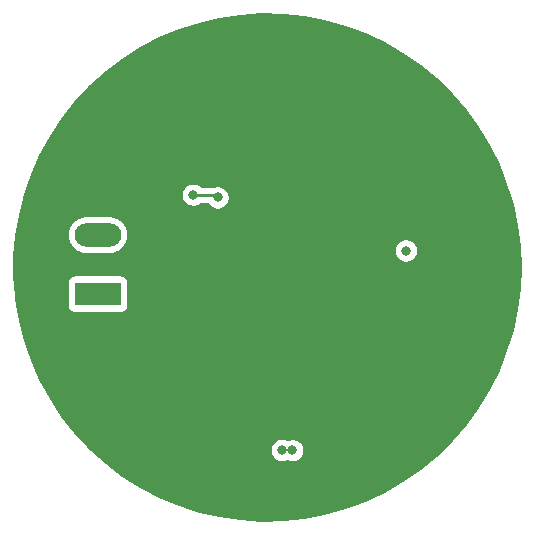
<source format=gbr>
G04 #@! TF.GenerationSoftware,KiCad,Pcbnew,(5.1.2-1)-1*
G04 #@! TF.CreationDate,2022-01-01T19:51:34+01:00*
G04 #@! TF.ProjectId,STM32G0_MPU6050_circle,53544d33-3247-4305-9f4d-505536303530,rev?*
G04 #@! TF.SameCoordinates,Original*
G04 #@! TF.FileFunction,Copper,L2,Bot*
G04 #@! TF.FilePolarity,Positive*
%FSLAX46Y46*%
G04 Gerber Fmt 4.6, Leading zero omitted, Abs format (unit mm)*
G04 Created by KiCad (PCBNEW (5.1.2-1)-1) date 2022-01-01 19:51:34*
%MOMM*%
%LPD*%
G04 APERTURE LIST*
%ADD10O,3.960000X1.980000*%
%ADD11R,3.960000X1.980000*%
%ADD12C,0.800000*%
%ADD13C,0.250000*%
%ADD14C,0.254000*%
G04 APERTURE END LIST*
D10*
X164600000Y-93150000D03*
D11*
X164600000Y-98150000D03*
D12*
X181080000Y-111410000D03*
X180240000Y-111400000D03*
X190700000Y-94500000D03*
X199500000Y-96800000D03*
X193100000Y-90600000D03*
X196000000Y-89600000D03*
X172530000Y-80280000D03*
X184480000Y-103880000D03*
X183610000Y-103010000D03*
X185734000Y-91368000D03*
X184034000Y-91368000D03*
X181490000Y-107040000D03*
X181480000Y-108010000D03*
X186550000Y-107060000D03*
X186550000Y-107970000D03*
X189630000Y-104980000D03*
X184380000Y-96850000D03*
X185190000Y-96850000D03*
X186894000Y-90238000D03*
X184480000Y-103010000D03*
X183610000Y-103870000D03*
X198400000Y-97800000D03*
X191150000Y-100100000D03*
X172700000Y-89775000D03*
X174775000Y-90000000D03*
D13*
X174550000Y-89775000D02*
X174775000Y-90000000D01*
X172700000Y-89775000D02*
X174550000Y-89775000D01*
D14*
G36*
X180273564Y-74542065D02*
G01*
X182056038Y-74729411D01*
X183816583Y-75065253D01*
X185542851Y-75547236D01*
X187222734Y-76171978D01*
X188844448Y-76935099D01*
X190396618Y-77831245D01*
X191868357Y-78854130D01*
X193249341Y-79996580D01*
X194529884Y-81250580D01*
X195701005Y-82607336D01*
X196754487Y-84057331D01*
X197682943Y-85590393D01*
X198479859Y-87195770D01*
X199139645Y-88862200D01*
X199657675Y-90577996D01*
X200030313Y-92331122D01*
X200254947Y-94109281D01*
X200330000Y-95900000D01*
X200254947Y-97690719D01*
X200030313Y-99468878D01*
X199657675Y-101222004D01*
X199139645Y-102937800D01*
X198479859Y-104604230D01*
X197682943Y-106209607D01*
X196754487Y-107742669D01*
X195701005Y-109192664D01*
X194529884Y-110549420D01*
X193249341Y-111803420D01*
X191868357Y-112945870D01*
X190396618Y-113968755D01*
X188844448Y-114864901D01*
X187222734Y-115628022D01*
X185542851Y-116252764D01*
X183816583Y-116734747D01*
X182056038Y-117070589D01*
X180273564Y-117257935D01*
X178481666Y-117295470D01*
X176692911Y-117182931D01*
X174919846Y-116921107D01*
X173174909Y-116511836D01*
X171470338Y-115957987D01*
X169818091Y-115263446D01*
X168229755Y-114433085D01*
X166716474Y-113472727D01*
X165288860Y-112389109D01*
X164077128Y-111298061D01*
X179205000Y-111298061D01*
X179205000Y-111501939D01*
X179244774Y-111701898D01*
X179322795Y-111890256D01*
X179436063Y-112059774D01*
X179580226Y-112203937D01*
X179749744Y-112317205D01*
X179938102Y-112395226D01*
X180138061Y-112435000D01*
X180341939Y-112435000D01*
X180541898Y-112395226D01*
X180647929Y-112351306D01*
X180778102Y-112405226D01*
X180978061Y-112445000D01*
X181181939Y-112445000D01*
X181381898Y-112405226D01*
X181570256Y-112327205D01*
X181739774Y-112213937D01*
X181883937Y-112069774D01*
X181997205Y-111900256D01*
X182075226Y-111711898D01*
X182115000Y-111511939D01*
X182115000Y-111308061D01*
X182075226Y-111108102D01*
X181997205Y-110919744D01*
X181883937Y-110750226D01*
X181739774Y-110606063D01*
X181570256Y-110492795D01*
X181381898Y-110414774D01*
X181181939Y-110375000D01*
X180978061Y-110375000D01*
X180778102Y-110414774D01*
X180672071Y-110458694D01*
X180541898Y-110404774D01*
X180341939Y-110365000D01*
X180138061Y-110365000D01*
X179938102Y-110404774D01*
X179749744Y-110482795D01*
X179580226Y-110596063D01*
X179436063Y-110740226D01*
X179322795Y-110909744D01*
X179244774Y-111098102D01*
X179205000Y-111298061D01*
X164077128Y-111298061D01*
X163956927Y-111189832D01*
X162730019Y-109883307D01*
X161616741Y-108478700D01*
X160624902Y-106985862D01*
X159761459Y-105415265D01*
X159032469Y-103777925D01*
X158443044Y-102085328D01*
X157997319Y-100349344D01*
X157698421Y-98582152D01*
X157579000Y-97160000D01*
X161981928Y-97160000D01*
X161981928Y-99140000D01*
X161994188Y-99264482D01*
X162030498Y-99384180D01*
X162089463Y-99494494D01*
X162168815Y-99591185D01*
X162265506Y-99670537D01*
X162375820Y-99729502D01*
X162495518Y-99765812D01*
X162620000Y-99778072D01*
X166580000Y-99778072D01*
X166704482Y-99765812D01*
X166824180Y-99729502D01*
X166934494Y-99670537D01*
X167031185Y-99591185D01*
X167110537Y-99494494D01*
X167169502Y-99384180D01*
X167205812Y-99264482D01*
X167218072Y-99140000D01*
X167218072Y-97160000D01*
X167205812Y-97035518D01*
X167169502Y-96915820D01*
X167110537Y-96805506D01*
X167031185Y-96708815D01*
X166934494Y-96629463D01*
X166824180Y-96570498D01*
X166704482Y-96534188D01*
X166580000Y-96521928D01*
X162620000Y-96521928D01*
X162495518Y-96534188D01*
X162375820Y-96570498D01*
X162265506Y-96629463D01*
X162168815Y-96708815D01*
X162089463Y-96805506D01*
X162030498Y-96915820D01*
X161994188Y-97035518D01*
X161981928Y-97160000D01*
X157579000Y-97160000D01*
X157548446Y-96796146D01*
X157548446Y-95003854D01*
X157698421Y-93217848D01*
X157709896Y-93150000D01*
X161977138Y-93150000D01*
X162008513Y-93468556D01*
X162101432Y-93774869D01*
X162252325Y-94057170D01*
X162455392Y-94304608D01*
X162702830Y-94507675D01*
X162985131Y-94658568D01*
X163291444Y-94751487D01*
X163530176Y-94775000D01*
X165669824Y-94775000D01*
X165908556Y-94751487D01*
X166214869Y-94658568D01*
X166497170Y-94507675D01*
X166630735Y-94398061D01*
X189665000Y-94398061D01*
X189665000Y-94601939D01*
X189704774Y-94801898D01*
X189782795Y-94990256D01*
X189896063Y-95159774D01*
X190040226Y-95303937D01*
X190209744Y-95417205D01*
X190398102Y-95495226D01*
X190598061Y-95535000D01*
X190801939Y-95535000D01*
X191001898Y-95495226D01*
X191190256Y-95417205D01*
X191359774Y-95303937D01*
X191503937Y-95159774D01*
X191617205Y-94990256D01*
X191695226Y-94801898D01*
X191735000Y-94601939D01*
X191735000Y-94398061D01*
X191695226Y-94198102D01*
X191617205Y-94009744D01*
X191503937Y-93840226D01*
X191359774Y-93696063D01*
X191190256Y-93582795D01*
X191001898Y-93504774D01*
X190801939Y-93465000D01*
X190598061Y-93465000D01*
X190398102Y-93504774D01*
X190209744Y-93582795D01*
X190040226Y-93696063D01*
X189896063Y-93840226D01*
X189782795Y-94009744D01*
X189704774Y-94198102D01*
X189665000Y-94398061D01*
X166630735Y-94398061D01*
X166744608Y-94304608D01*
X166947675Y-94057170D01*
X167098568Y-93774869D01*
X167191487Y-93468556D01*
X167222862Y-93150000D01*
X167191487Y-92831444D01*
X167098568Y-92525131D01*
X166947675Y-92242830D01*
X166744608Y-91995392D01*
X166497170Y-91792325D01*
X166214869Y-91641432D01*
X165908556Y-91548513D01*
X165669824Y-91525000D01*
X163530176Y-91525000D01*
X163291444Y-91548513D01*
X162985131Y-91641432D01*
X162702830Y-91792325D01*
X162455392Y-91995392D01*
X162252325Y-92242830D01*
X162101432Y-92525131D01*
X162008513Y-92831444D01*
X161977138Y-93150000D01*
X157709896Y-93150000D01*
X157997319Y-91450656D01*
X158443044Y-89714672D01*
X158457534Y-89673061D01*
X171665000Y-89673061D01*
X171665000Y-89876939D01*
X171704774Y-90076898D01*
X171782795Y-90265256D01*
X171896063Y-90434774D01*
X172040226Y-90578937D01*
X172209744Y-90692205D01*
X172398102Y-90770226D01*
X172598061Y-90810000D01*
X172801939Y-90810000D01*
X173001898Y-90770226D01*
X173190256Y-90692205D01*
X173359774Y-90578937D01*
X173403711Y-90535000D01*
X173887692Y-90535000D01*
X173971063Y-90659774D01*
X174115226Y-90803937D01*
X174284744Y-90917205D01*
X174473102Y-90995226D01*
X174673061Y-91035000D01*
X174876939Y-91035000D01*
X175076898Y-90995226D01*
X175265256Y-90917205D01*
X175434774Y-90803937D01*
X175578937Y-90659774D01*
X175692205Y-90490256D01*
X175770226Y-90301898D01*
X175810000Y-90101939D01*
X175810000Y-89898061D01*
X175770226Y-89698102D01*
X175692205Y-89509744D01*
X175578937Y-89340226D01*
X175434774Y-89196063D01*
X175265256Y-89082795D01*
X175076898Y-89004774D01*
X174876939Y-88965000D01*
X174673061Y-88965000D01*
X174473102Y-89004774D01*
X174448414Y-89015000D01*
X173403711Y-89015000D01*
X173359774Y-88971063D01*
X173190256Y-88857795D01*
X173001898Y-88779774D01*
X172801939Y-88740000D01*
X172598061Y-88740000D01*
X172398102Y-88779774D01*
X172209744Y-88857795D01*
X172040226Y-88971063D01*
X171896063Y-89115226D01*
X171782795Y-89284744D01*
X171704774Y-89473102D01*
X171665000Y-89673061D01*
X158457534Y-89673061D01*
X159032469Y-88022075D01*
X159761459Y-86384735D01*
X160624902Y-84814138D01*
X161616741Y-83321300D01*
X162730019Y-81916693D01*
X163956927Y-80610168D01*
X165288860Y-79410891D01*
X166716474Y-78327273D01*
X168229756Y-77366915D01*
X169818091Y-76536554D01*
X171470338Y-75842013D01*
X173174909Y-75288164D01*
X174919846Y-74878893D01*
X176692911Y-74617069D01*
X178481666Y-74504530D01*
X180273564Y-74542065D01*
X180273564Y-74542065D01*
G37*
X180273564Y-74542065D02*
X182056038Y-74729411D01*
X183816583Y-75065253D01*
X185542851Y-75547236D01*
X187222734Y-76171978D01*
X188844448Y-76935099D01*
X190396618Y-77831245D01*
X191868357Y-78854130D01*
X193249341Y-79996580D01*
X194529884Y-81250580D01*
X195701005Y-82607336D01*
X196754487Y-84057331D01*
X197682943Y-85590393D01*
X198479859Y-87195770D01*
X199139645Y-88862200D01*
X199657675Y-90577996D01*
X200030313Y-92331122D01*
X200254947Y-94109281D01*
X200330000Y-95900000D01*
X200254947Y-97690719D01*
X200030313Y-99468878D01*
X199657675Y-101222004D01*
X199139645Y-102937800D01*
X198479859Y-104604230D01*
X197682943Y-106209607D01*
X196754487Y-107742669D01*
X195701005Y-109192664D01*
X194529884Y-110549420D01*
X193249341Y-111803420D01*
X191868357Y-112945870D01*
X190396618Y-113968755D01*
X188844448Y-114864901D01*
X187222734Y-115628022D01*
X185542851Y-116252764D01*
X183816583Y-116734747D01*
X182056038Y-117070589D01*
X180273564Y-117257935D01*
X178481666Y-117295470D01*
X176692911Y-117182931D01*
X174919846Y-116921107D01*
X173174909Y-116511836D01*
X171470338Y-115957987D01*
X169818091Y-115263446D01*
X168229755Y-114433085D01*
X166716474Y-113472727D01*
X165288860Y-112389109D01*
X164077128Y-111298061D01*
X179205000Y-111298061D01*
X179205000Y-111501939D01*
X179244774Y-111701898D01*
X179322795Y-111890256D01*
X179436063Y-112059774D01*
X179580226Y-112203937D01*
X179749744Y-112317205D01*
X179938102Y-112395226D01*
X180138061Y-112435000D01*
X180341939Y-112435000D01*
X180541898Y-112395226D01*
X180647929Y-112351306D01*
X180778102Y-112405226D01*
X180978061Y-112445000D01*
X181181939Y-112445000D01*
X181381898Y-112405226D01*
X181570256Y-112327205D01*
X181739774Y-112213937D01*
X181883937Y-112069774D01*
X181997205Y-111900256D01*
X182075226Y-111711898D01*
X182115000Y-111511939D01*
X182115000Y-111308061D01*
X182075226Y-111108102D01*
X181997205Y-110919744D01*
X181883937Y-110750226D01*
X181739774Y-110606063D01*
X181570256Y-110492795D01*
X181381898Y-110414774D01*
X181181939Y-110375000D01*
X180978061Y-110375000D01*
X180778102Y-110414774D01*
X180672071Y-110458694D01*
X180541898Y-110404774D01*
X180341939Y-110365000D01*
X180138061Y-110365000D01*
X179938102Y-110404774D01*
X179749744Y-110482795D01*
X179580226Y-110596063D01*
X179436063Y-110740226D01*
X179322795Y-110909744D01*
X179244774Y-111098102D01*
X179205000Y-111298061D01*
X164077128Y-111298061D01*
X163956927Y-111189832D01*
X162730019Y-109883307D01*
X161616741Y-108478700D01*
X160624902Y-106985862D01*
X159761459Y-105415265D01*
X159032469Y-103777925D01*
X158443044Y-102085328D01*
X157997319Y-100349344D01*
X157698421Y-98582152D01*
X157579000Y-97160000D01*
X161981928Y-97160000D01*
X161981928Y-99140000D01*
X161994188Y-99264482D01*
X162030498Y-99384180D01*
X162089463Y-99494494D01*
X162168815Y-99591185D01*
X162265506Y-99670537D01*
X162375820Y-99729502D01*
X162495518Y-99765812D01*
X162620000Y-99778072D01*
X166580000Y-99778072D01*
X166704482Y-99765812D01*
X166824180Y-99729502D01*
X166934494Y-99670537D01*
X167031185Y-99591185D01*
X167110537Y-99494494D01*
X167169502Y-99384180D01*
X167205812Y-99264482D01*
X167218072Y-99140000D01*
X167218072Y-97160000D01*
X167205812Y-97035518D01*
X167169502Y-96915820D01*
X167110537Y-96805506D01*
X167031185Y-96708815D01*
X166934494Y-96629463D01*
X166824180Y-96570498D01*
X166704482Y-96534188D01*
X166580000Y-96521928D01*
X162620000Y-96521928D01*
X162495518Y-96534188D01*
X162375820Y-96570498D01*
X162265506Y-96629463D01*
X162168815Y-96708815D01*
X162089463Y-96805506D01*
X162030498Y-96915820D01*
X161994188Y-97035518D01*
X161981928Y-97160000D01*
X157579000Y-97160000D01*
X157548446Y-96796146D01*
X157548446Y-95003854D01*
X157698421Y-93217848D01*
X157709896Y-93150000D01*
X161977138Y-93150000D01*
X162008513Y-93468556D01*
X162101432Y-93774869D01*
X162252325Y-94057170D01*
X162455392Y-94304608D01*
X162702830Y-94507675D01*
X162985131Y-94658568D01*
X163291444Y-94751487D01*
X163530176Y-94775000D01*
X165669824Y-94775000D01*
X165908556Y-94751487D01*
X166214869Y-94658568D01*
X166497170Y-94507675D01*
X166630735Y-94398061D01*
X189665000Y-94398061D01*
X189665000Y-94601939D01*
X189704774Y-94801898D01*
X189782795Y-94990256D01*
X189896063Y-95159774D01*
X190040226Y-95303937D01*
X190209744Y-95417205D01*
X190398102Y-95495226D01*
X190598061Y-95535000D01*
X190801939Y-95535000D01*
X191001898Y-95495226D01*
X191190256Y-95417205D01*
X191359774Y-95303937D01*
X191503937Y-95159774D01*
X191617205Y-94990256D01*
X191695226Y-94801898D01*
X191735000Y-94601939D01*
X191735000Y-94398061D01*
X191695226Y-94198102D01*
X191617205Y-94009744D01*
X191503937Y-93840226D01*
X191359774Y-93696063D01*
X191190256Y-93582795D01*
X191001898Y-93504774D01*
X190801939Y-93465000D01*
X190598061Y-93465000D01*
X190398102Y-93504774D01*
X190209744Y-93582795D01*
X190040226Y-93696063D01*
X189896063Y-93840226D01*
X189782795Y-94009744D01*
X189704774Y-94198102D01*
X189665000Y-94398061D01*
X166630735Y-94398061D01*
X166744608Y-94304608D01*
X166947675Y-94057170D01*
X167098568Y-93774869D01*
X167191487Y-93468556D01*
X167222862Y-93150000D01*
X167191487Y-92831444D01*
X167098568Y-92525131D01*
X166947675Y-92242830D01*
X166744608Y-91995392D01*
X166497170Y-91792325D01*
X166214869Y-91641432D01*
X165908556Y-91548513D01*
X165669824Y-91525000D01*
X163530176Y-91525000D01*
X163291444Y-91548513D01*
X162985131Y-91641432D01*
X162702830Y-91792325D01*
X162455392Y-91995392D01*
X162252325Y-92242830D01*
X162101432Y-92525131D01*
X162008513Y-92831444D01*
X161977138Y-93150000D01*
X157709896Y-93150000D01*
X157997319Y-91450656D01*
X158443044Y-89714672D01*
X158457534Y-89673061D01*
X171665000Y-89673061D01*
X171665000Y-89876939D01*
X171704774Y-90076898D01*
X171782795Y-90265256D01*
X171896063Y-90434774D01*
X172040226Y-90578937D01*
X172209744Y-90692205D01*
X172398102Y-90770226D01*
X172598061Y-90810000D01*
X172801939Y-90810000D01*
X173001898Y-90770226D01*
X173190256Y-90692205D01*
X173359774Y-90578937D01*
X173403711Y-90535000D01*
X173887692Y-90535000D01*
X173971063Y-90659774D01*
X174115226Y-90803937D01*
X174284744Y-90917205D01*
X174473102Y-90995226D01*
X174673061Y-91035000D01*
X174876939Y-91035000D01*
X175076898Y-90995226D01*
X175265256Y-90917205D01*
X175434774Y-90803937D01*
X175578937Y-90659774D01*
X175692205Y-90490256D01*
X175770226Y-90301898D01*
X175810000Y-90101939D01*
X175810000Y-89898061D01*
X175770226Y-89698102D01*
X175692205Y-89509744D01*
X175578937Y-89340226D01*
X175434774Y-89196063D01*
X175265256Y-89082795D01*
X175076898Y-89004774D01*
X174876939Y-88965000D01*
X174673061Y-88965000D01*
X174473102Y-89004774D01*
X174448414Y-89015000D01*
X173403711Y-89015000D01*
X173359774Y-88971063D01*
X173190256Y-88857795D01*
X173001898Y-88779774D01*
X172801939Y-88740000D01*
X172598061Y-88740000D01*
X172398102Y-88779774D01*
X172209744Y-88857795D01*
X172040226Y-88971063D01*
X171896063Y-89115226D01*
X171782795Y-89284744D01*
X171704774Y-89473102D01*
X171665000Y-89673061D01*
X158457534Y-89673061D01*
X159032469Y-88022075D01*
X159761459Y-86384735D01*
X160624902Y-84814138D01*
X161616741Y-83321300D01*
X162730019Y-81916693D01*
X163956927Y-80610168D01*
X165288860Y-79410891D01*
X166716474Y-78327273D01*
X168229756Y-77366915D01*
X169818091Y-76536554D01*
X171470338Y-75842013D01*
X173174909Y-75288164D01*
X174919846Y-74878893D01*
X176692911Y-74617069D01*
X178481666Y-74504530D01*
X180273564Y-74542065D01*
M02*

</source>
